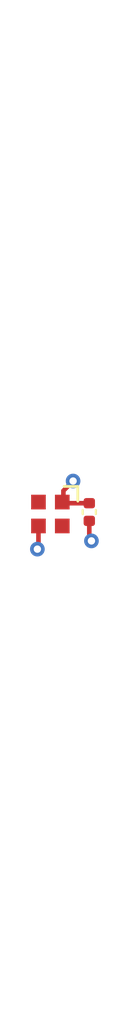
<source format=kicad_pcb>
(kicad_pcb (version 20240108) (generator "pcbnew") (generator_version "8.0")
  (layers (0 "F.Cu" signal) (31 "B.Cu" signal) (34 "B.Paste" user) (35 "F.Paste" user) (36 "B.SilkS" user "B.Silkscreen") (37 "F.SilkS" user "F.Silkscreen") (38 "B.Mask" user) (39 "F.Mask" user) (44 "Edge.Cuts" user))
  (net 0 "")
  (net 1 "io")
  (net 2 "vcc")
  (net 3 "io-1")
  (net 4 "gnd")
  (footprint "lib:LED-SMD_4P-L2.0-W2.0-BR" (layer "F.Cu") (at 74.36579 119.898441 90)
    (property "Reference" "U1" (hide yes))
    (property "Value" "")
    (fp_line (start 1.5 1.5) (end 1.5 0.75) (stroke (width 0.15)) (layer "F.SilkS"))
    (fp_line (start 0.7 1.5) (end 1.5 1.5) (stroke (width 0.15)) (layer "F.SilkS"))
    (pad "1" smd rect (at 0.65 0.65 90) (size 0.8 0.8) (layers "F.Cu" "F.Paste" "F.Mask") (net 2 "vcc"))
    (pad "2" smd rect (at 0.65 -0.65 90) (size 0.8 0.8) (layers "F.Cu" "F.Paste" "F.Mask") (net 1 "io"))
    (pad "3" smd rect (at -0.65 -0.65 90) (size 0.8 0.8) (layers "F.Cu" "F.Paste" "F.Mask") (net 4 "gnd"))
    (pad "4" smd rect (at -0.65 0.65 90) (size 0.8 0.8) (layers "F.Cu" "F.Paste" "F.Mask") (net 3 "io-1"))
  )
  (footprint "lib:C0402" (layer "F.Cu") (at 76.491932 119.790404 -90)
    (property "Reference" "C1" (hide yes))
    (property "Value" "Multilayer Ceramic Capacitors MLCC - SMD/SMT 100nF 10V 0402 RoHS")
    (fp_line (start -0.107836 0.36) (end 0.107836 0.36) (stroke (width 0.12)) (layer "F.SilkS"))
    (fp_line (start -0.107836 -0.36) (end 0.107836 -0.36) (stroke (width 0.12)) (layer "F.SilkS"))
    (pad "1" smd roundrect (at -0.48 0 270) (size 0.56 0.62) (layers "F.Cu" "F.Paste" "F.Mask") (net 2 "vcc"))
    (pad "2" smd roundrect (at 0.48 0 270) (size 0.56 0.62) (layers "F.Cu" "F.Paste" "F.Mask") (net 4 "gnd"))
  )
  (segment (start 75.077753 118.634013) (end 75.077753 119.310404) (width 0.25) (layer "F.Cu") (net 2))
  (segment (start 75.606865 118.104901) (end 75.077753 118.634013) (width 0.25) (layer "F.Cu") (net 2))
  (segment (start 76.491932 119.310404) (end 75.077753 119.310404) (width 0.25) (layer "F.Cu") (net 2))
  (segment (start 75.077753 119.310404) (end 75.01579 119.248441) (width 0.25) (layer "F.Cu") (net 2))
  (via (at 75.606865 118.104901) (size 0.8) (drill 0.4) (layers "F.Cu" "B.Cu") (net 2))
  (segment (start 76.491932 120.270404) (end 76.491932 121.244016) (width 0.25) (layer "F.Cu") (net 4))
  (segment (start 76.491932 121.244016) (end 76.608664 121.360748) (width 0.25) (layer "F.Cu") (net 4))
  (segment (start 73.71579 121.749124) (end 73.656934 121.80798) (width 0.25) (layer "F.Cu") (net 4))
  (segment (start 73.71579 120.548441) (end 73.71579 121.749124) (width 0.25) (layer "F.Cu") (net 4))
  (via (at 76.608664 121.360748) (size 0.8) (drill 0.4) (layers "F.Cu" "B.Cu") (net 4))
  (via (at 73.656934 121.80798) (size 0.8) (drill 0.4) (layers "F.Cu" "B.Cu") (net 4))
)
</source>
